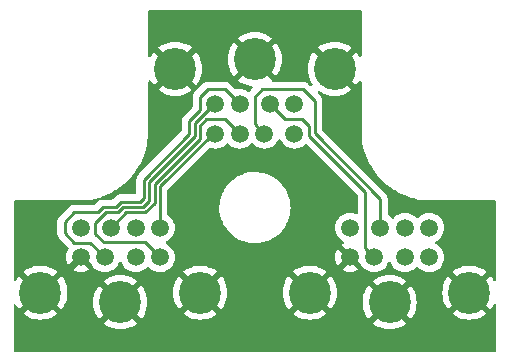
<source format=gbr>
%TF.GenerationSoftware,KiCad,Pcbnew,(6.99.0)*%
%TF.CreationDate,2022-02-09T14:01:32-06:00*%
%TF.ProjectId,CDI-SPLITTER,4344492d-5350-44c4-9954-5445522e6b69,rev?*%
%TF.SameCoordinates,Original*%
%TF.FileFunction,Copper,L2,Bot*%
%TF.FilePolarity,Positive*%
%FSLAX46Y46*%
G04 Gerber Fmt 4.6, Leading zero omitted, Abs format (unit mm)*
G04 Created by KiCad (PCBNEW (6.99.0)) date 2022-02-09 14:01:32*
%MOMM*%
%LPD*%
G01*
G04 APERTURE LIST*
%TA.AperFunction,ComponentPad*%
%ADD10C,3.555000*%
%TD*%
%TA.AperFunction,ComponentPad*%
%ADD11C,1.509000*%
%TD*%
%TA.AperFunction,Conductor*%
%ADD12C,0.250000*%
%TD*%
%TA.AperFunction,Conductor*%
%ADD13C,0.254000*%
%TD*%
G04 APERTURE END LIST*
D10*
%TO.P,J3,MH3*%
%TO.N,GND*%
X144760000Y-102400000D03*
%TO.P,J3,MH2*%
X138000000Y-103210000D03*
%TO.P,J3,MH1*%
X131240000Y-102400000D03*
D11*
%TO.P,J3,8*%
%TO.N,+5V*%
X134650000Y-96910000D03*
%TO.P,J3,7*%
%TO.N,Net-(J1-Pad7)*%
X137190000Y-96910000D03*
%TO.P,J3,6*%
%TO.N,unconnected-(J3-Pad6)*%
X141350000Y-96910000D03*
%TO.P,J3,5*%
%TO.N,GND*%
X134650000Y-99400000D03*
%TO.P,J3,4*%
%TO.N,unconnected-(J3-Pad4)*%
X139300000Y-96910000D03*
%TO.P,J3,3*%
%TO.N,unconnected-(J3-Pad3)*%
X141350000Y-99400000D03*
%TO.P,J3,2*%
%TO.N,Net-(J1-Pad2)*%
X136700000Y-99400000D03*
%TO.P,J3,1*%
%TO.N,unconnected-(J3-Pad1)*%
X139300000Y-99400000D03*
%TD*%
D10*
%TO.P,J2,MH3*%
%TO.N,GND*%
X121960000Y-102400000D03*
%TO.P,J2,MH2*%
X115200000Y-103210000D03*
%TO.P,J2,MH1*%
X108440000Y-102400000D03*
D11*
%TO.P,J2,8*%
%TO.N,+5V*%
X111850000Y-96910000D03*
%TO.P,J2,7*%
%TO.N,Net-(J1-Pad4)*%
X114390000Y-96910000D03*
%TO.P,J2,6*%
%TO.N,Net-(J1-Pad6)*%
X118550000Y-96910000D03*
%TO.P,J2,5*%
%TO.N,GND*%
X111850000Y-99400000D03*
%TO.P,J2,4*%
%TO.N,unconnected-(J2-Pad4)*%
X116500000Y-96910000D03*
%TO.P,J2,3*%
%TO.N,Net-(J1-Pad3)*%
X118550000Y-99400000D03*
%TO.P,J2,2*%
%TO.N,Net-(J1-Pad1)*%
X113900000Y-99400000D03*
%TO.P,J2,1*%
%TO.N,unconnected-(J2-Pad1)*%
X116500000Y-99400000D03*
%TD*%
%TO.P,J1,1*%
%TO.N,Net-(J1-Pad1)*%
X125300000Y-86440000D03*
%TO.P,J1,2*%
%TO.N,Net-(J1-Pad2)*%
X127900000Y-86440000D03*
%TO.P,J1,3*%
%TO.N,Net-(J1-Pad3)*%
X123250000Y-86440000D03*
%TO.P,J1,4*%
%TO.N,Net-(J1-Pad4)*%
X125300000Y-88930000D03*
%TO.P,J1,5*%
%TO.N,GND*%
X129950000Y-86440000D03*
%TO.P,J1,6*%
%TO.N,Net-(J1-Pad6)*%
X123250000Y-88930000D03*
%TO.P,J1,7*%
%TO.N,Net-(J1-Pad7)*%
X127410000Y-88930000D03*
%TO.P,J1,8*%
%TO.N,+5V*%
X129950000Y-88930000D03*
D10*
%TO.P,J1,MH1*%
%TO.N,GND*%
X133360000Y-83440000D03*
%TO.P,J1,MH2*%
X126600000Y-82630000D03*
%TO.P,J1,MH3*%
X119840000Y-83440000D03*
%TD*%
D12*
%TO.N,Net-(J1-Pad1)*%
X113900000Y-99400000D02*
X112655340Y-98155340D01*
X121964282Y-86964282D02*
X121964282Y-85835718D01*
X112655340Y-98155340D02*
X111300000Y-98155340D01*
X111300000Y-98155340D02*
X110500000Y-97355340D01*
X110500000Y-97355340D02*
X110500000Y-96400000D01*
X110500000Y-96400000D02*
X111300000Y-95600000D01*
X111300000Y-95600000D02*
X113300000Y-95600000D01*
X114813802Y-95150480D02*
X115264282Y-94700000D01*
X113300000Y-95600000D02*
X113749520Y-95150480D01*
X113749520Y-95150480D02*
X114813802Y-95150480D01*
X116900000Y-94700000D02*
X117199440Y-94400560D01*
X115264282Y-94700000D02*
X116900000Y-94700000D01*
X121050960Y-88977604D02*
X121050960Y-87877604D01*
X122600000Y-85200000D02*
X124060000Y-85200000D01*
X117199440Y-94400560D02*
X117199440Y-92829124D01*
X117199440Y-92829124D02*
X121050960Y-88977604D01*
X121050960Y-87877604D02*
X121964282Y-86964282D01*
X121964282Y-85835718D02*
X122600000Y-85200000D01*
X124060000Y-85200000D02*
X125300000Y-86440000D01*
%TO.N,Net-(J1-Pad3)*%
X117305111Y-98155111D02*
X113839316Y-98155111D01*
X113839316Y-98155111D02*
X113100000Y-97415795D01*
X118550000Y-99400000D02*
X117305111Y-98155111D01*
X113100000Y-97415795D02*
X113100000Y-96464283D01*
X121500480Y-89163802D02*
X121500480Y-88063802D01*
X113100000Y-96464283D02*
X113964282Y-95600000D01*
X117113802Y-95150480D02*
X117648960Y-94615322D01*
X121500480Y-88063802D02*
X123124282Y-86440000D01*
X115000000Y-95600000D02*
X115449520Y-95150480D01*
X115449520Y-95150480D02*
X117113802Y-95150480D01*
X117648960Y-94615322D02*
X117648960Y-93015322D01*
X113964282Y-95600000D02*
X115000000Y-95600000D01*
X117648960Y-93015322D02*
X121500480Y-89163802D01*
X123124282Y-86440000D02*
X123250000Y-86440000D01*
%TO.N,Net-(J1-Pad4)*%
X114390000Y-96910000D02*
X115700000Y-95600000D01*
X115700000Y-95600000D02*
X117300000Y-95600000D01*
X117300000Y-95600000D02*
X118098480Y-94801520D01*
X124070000Y-87700000D02*
X125300000Y-88930000D01*
X118098480Y-94801520D02*
X118098480Y-93201520D01*
X118098480Y-93201520D02*
X121950000Y-89350000D01*
X122500000Y-87700000D02*
X124070000Y-87700000D01*
X121950000Y-89350000D02*
X121950000Y-88250000D01*
X121950000Y-88250000D02*
X122500000Y-87700000D01*
D13*
%TO.N,Net-(J1-Pad6)*%
X123250000Y-88930000D02*
X123008545Y-88930000D01*
X118550000Y-93388546D02*
X118550000Y-96910000D01*
X123008545Y-88930000D02*
X118550000Y-93388546D01*
%TO.N,Net-(J1-Pad7)*%
X137190000Y-96910000D02*
X137190000Y-94451454D01*
X137190000Y-94451454D02*
X131651520Y-88912974D01*
X131651520Y-88912974D02*
X131651520Y-86151520D01*
X131651520Y-86151520D02*
X130700000Y-85200000D01*
D12*
%TO.N,Net-(J1-Pad2)*%
X136700000Y-99400000D02*
X135945500Y-98645500D01*
X135945500Y-98645500D02*
X135945500Y-93845500D01*
X131200000Y-88300000D02*
X130600000Y-87700000D01*
X135945500Y-93845500D02*
X131200000Y-89100000D01*
X131200000Y-89100000D02*
X131200000Y-88300000D01*
X129160000Y-87700000D02*
X127900000Y-86440000D01*
X130600000Y-87700000D02*
X129160000Y-87700000D01*
%TO.N,Net-(J1-Pad7)*%
X127200000Y-85200000D02*
X130700000Y-85200000D01*
X127410000Y-88930000D02*
X126600000Y-88120000D01*
X126600000Y-88120000D02*
X126600000Y-85800000D01*
X126600000Y-85800000D02*
X127200000Y-85200000D01*
%TO.N,unconnected-(J2-Pad4)*%
X116500000Y-96910000D02*
X116500000Y-97100000D01*
%TD*%
%TA.AperFunction,Conductor*%
%TO.N,GND*%
G36*
X135570098Y-78478002D02*
G01*
X135616591Y-78531658D01*
X135627977Y-78584000D01*
X135627977Y-82331179D01*
X135607975Y-82399300D01*
X135554319Y-82445793D01*
X135484045Y-82455897D01*
X135419465Y-82426403D01*
X135388971Y-82386907D01*
X135345375Y-82298502D01*
X135341254Y-82291365D01*
X135179395Y-82049125D01*
X135174375Y-82042583D01*
X135159339Y-82025437D01*
X135146102Y-82017041D01*
X135136335Y-82022875D01*
X133732022Y-83427188D01*
X133724408Y-83441132D01*
X133724539Y-83442965D01*
X133728790Y-83449580D01*
X135134582Y-84855372D01*
X135148342Y-84862886D01*
X135157704Y-84856427D01*
X135174375Y-84837417D01*
X135179395Y-84830875D01*
X135341254Y-84588635D01*
X135345375Y-84581498D01*
X135388971Y-84493093D01*
X135437039Y-84440844D01*
X135505725Y-84422877D01*
X135573220Y-84444896D01*
X135618097Y-84499911D01*
X135627977Y-84548821D01*
X135627977Y-88675740D01*
X135626231Y-88696644D01*
X135622753Y-88717317D01*
X135622600Y-88729856D01*
X135623290Y-88734672D01*
X135623606Y-88739529D01*
X135623498Y-88739536D01*
X135623825Y-88743115D01*
X135641376Y-89189824D01*
X135695481Y-89646956D01*
X135785286Y-90098434D01*
X135785956Y-90100809D01*
X135785957Y-90100814D01*
X135792155Y-90122790D01*
X135910236Y-90541474D01*
X136069562Y-90973345D01*
X136070592Y-90975580D01*
X136070594Y-90975584D01*
X136151396Y-91150856D01*
X136262281Y-91391384D01*
X136487204Y-91793014D01*
X136488576Y-91795067D01*
X136488577Y-91795069D01*
X136728185Y-92153667D01*
X136742946Y-92175759D01*
X136780691Y-92223638D01*
X136957583Y-92448024D01*
X137027929Y-92537258D01*
X137029606Y-92539072D01*
X137029611Y-92539078D01*
X137260692Y-92789059D01*
X137340397Y-92875283D01*
X137342196Y-92876946D01*
X137676422Y-93185902D01*
X137678422Y-93187751D01*
X137680365Y-93189283D01*
X137680370Y-93189287D01*
X137793666Y-93278602D01*
X138039921Y-93472734D01*
X138041982Y-93474111D01*
X138041986Y-93474114D01*
X138406374Y-93717590D01*
X138422666Y-93728476D01*
X138608579Y-93832592D01*
X138822147Y-93952196D01*
X138822157Y-93952201D01*
X138824296Y-93953399D01*
X138826537Y-93954432D01*
X139239767Y-94144934D01*
X139242335Y-94146118D01*
X139244646Y-94146970D01*
X139244647Y-94146971D01*
X139284805Y-94161786D01*
X139674206Y-94305444D01*
X139937697Y-94379756D01*
X140114866Y-94429723D01*
X140114871Y-94429724D01*
X140117246Y-94430394D01*
X140568724Y-94520199D01*
X140716423Y-94537680D01*
X141023402Y-94574014D01*
X141023413Y-94574015D01*
X141025856Y-94574304D01*
X141457159Y-94591249D01*
X141463611Y-94591921D01*
X141463632Y-94591684D01*
X141468485Y-94592119D01*
X141473285Y-94592927D01*
X141479716Y-94593005D01*
X141480965Y-94593021D01*
X141480969Y-94593021D01*
X141485824Y-94593080D01*
X141513412Y-94589129D01*
X141531275Y-94587856D01*
X146903000Y-94587856D01*
X146971121Y-94607858D01*
X147017614Y-94661514D01*
X147029000Y-94713856D01*
X147029000Y-101293253D01*
X147008998Y-101361374D01*
X146955342Y-101407867D01*
X146885068Y-101417971D01*
X146820488Y-101388477D01*
X146789994Y-101348981D01*
X146745375Y-101258502D01*
X146741254Y-101251365D01*
X146579395Y-101009125D01*
X146574375Y-101002583D01*
X146559339Y-100985437D01*
X146546102Y-100977041D01*
X146536335Y-100982875D01*
X145132022Y-102387188D01*
X145124408Y-102401132D01*
X145124539Y-102402965D01*
X145128790Y-102409580D01*
X146534582Y-103815372D01*
X146548342Y-103822886D01*
X146557704Y-103816427D01*
X146574375Y-103797417D01*
X146579395Y-103790875D01*
X146741254Y-103548635D01*
X146745375Y-103541498D01*
X146789994Y-103451019D01*
X146838062Y-103398770D01*
X146906748Y-103380803D01*
X146974244Y-103402822D01*
X147019120Y-103457837D01*
X147029000Y-103506747D01*
X147029000Y-107291000D01*
X147008998Y-107359121D01*
X146955342Y-107405614D01*
X146903000Y-107417000D01*
X106296000Y-107417000D01*
X106227879Y-107396998D01*
X106181386Y-107343342D01*
X106170000Y-107291000D01*
X106170000Y-104998342D01*
X113777114Y-104998342D01*
X113783573Y-105007704D01*
X113802583Y-105024375D01*
X113809125Y-105029395D01*
X114051365Y-105191254D01*
X114058502Y-105195375D01*
X114319802Y-105324233D01*
X114327406Y-105327383D01*
X114603293Y-105421034D01*
X114611245Y-105423165D01*
X114896999Y-105480005D01*
X114905157Y-105481079D01*
X115195881Y-105500134D01*
X115204119Y-105500134D01*
X115494843Y-105481079D01*
X115503001Y-105480005D01*
X115788755Y-105423165D01*
X115796707Y-105421034D01*
X116072594Y-105327383D01*
X116080198Y-105324233D01*
X116341498Y-105195375D01*
X116348635Y-105191254D01*
X116590875Y-105029395D01*
X116597417Y-105024375D01*
X116614563Y-105009339D01*
X116621538Y-104998342D01*
X136577114Y-104998342D01*
X136583573Y-105007704D01*
X136602583Y-105024375D01*
X136609125Y-105029395D01*
X136851365Y-105191254D01*
X136858502Y-105195375D01*
X137119802Y-105324233D01*
X137127406Y-105327383D01*
X137403293Y-105421034D01*
X137411245Y-105423165D01*
X137696999Y-105480005D01*
X137705157Y-105481079D01*
X137995881Y-105500134D01*
X138004119Y-105500134D01*
X138294843Y-105481079D01*
X138303001Y-105480005D01*
X138588755Y-105423165D01*
X138596707Y-105421034D01*
X138872594Y-105327383D01*
X138880198Y-105324233D01*
X139141498Y-105195375D01*
X139148635Y-105191254D01*
X139390875Y-105029395D01*
X139397417Y-105024375D01*
X139414563Y-105009339D01*
X139422959Y-104996102D01*
X139417125Y-104986335D01*
X138012812Y-103582022D01*
X137998868Y-103574408D01*
X137997035Y-103574539D01*
X137990420Y-103578790D01*
X136584628Y-104984582D01*
X136577114Y-104998342D01*
X116621538Y-104998342D01*
X116622959Y-104996102D01*
X116617125Y-104986335D01*
X115212812Y-103582022D01*
X115198868Y-103574408D01*
X115197035Y-103574539D01*
X115190420Y-103578790D01*
X113784628Y-104984582D01*
X113777114Y-104998342D01*
X106170000Y-104998342D01*
X106170000Y-104188342D01*
X107017114Y-104188342D01*
X107023573Y-104197704D01*
X107042583Y-104214375D01*
X107049125Y-104219395D01*
X107291365Y-104381254D01*
X107298502Y-104385375D01*
X107559802Y-104514233D01*
X107567406Y-104517383D01*
X107843293Y-104611034D01*
X107851245Y-104613165D01*
X108136999Y-104670005D01*
X108145157Y-104671079D01*
X108435881Y-104690134D01*
X108444119Y-104690134D01*
X108734843Y-104671079D01*
X108743001Y-104670005D01*
X109028755Y-104613165D01*
X109036707Y-104611034D01*
X109312594Y-104517383D01*
X109320198Y-104514233D01*
X109581498Y-104385375D01*
X109588635Y-104381254D01*
X109830875Y-104219395D01*
X109837417Y-104214375D01*
X109854563Y-104199339D01*
X109862959Y-104186102D01*
X109857125Y-104176335D01*
X108452812Y-102772022D01*
X108438868Y-102764408D01*
X108437035Y-102764539D01*
X108430420Y-102768790D01*
X107024628Y-104174582D01*
X107017114Y-104188342D01*
X106170000Y-104188342D01*
X106170000Y-103504719D01*
X106190002Y-103436598D01*
X106243658Y-103390105D01*
X106313932Y-103380001D01*
X106378512Y-103409495D01*
X106409006Y-103448991D01*
X106454625Y-103541498D01*
X106458746Y-103548635D01*
X106620605Y-103790875D01*
X106625625Y-103797417D01*
X106640661Y-103814563D01*
X106653898Y-103822959D01*
X106663665Y-103817125D01*
X108067978Y-102412812D01*
X108074356Y-102401132D01*
X108804408Y-102401132D01*
X108804539Y-102402965D01*
X108808790Y-102409580D01*
X110214582Y-103815372D01*
X110228342Y-103822886D01*
X110237704Y-103816427D01*
X110254375Y-103797417D01*
X110259395Y-103790875D01*
X110421254Y-103548635D01*
X110425375Y-103541498D01*
X110554233Y-103280198D01*
X110557383Y-103272594D01*
X110577233Y-103214119D01*
X112909866Y-103214119D01*
X112928921Y-103504843D01*
X112929995Y-103513001D01*
X112986835Y-103798755D01*
X112988966Y-103806707D01*
X113082617Y-104082594D01*
X113085767Y-104090198D01*
X113214625Y-104351498D01*
X113218746Y-104358635D01*
X113380605Y-104600875D01*
X113385625Y-104607417D01*
X113400661Y-104624563D01*
X113413898Y-104632959D01*
X113423665Y-104627125D01*
X114827978Y-103222812D01*
X114834356Y-103211132D01*
X115564408Y-103211132D01*
X115564539Y-103212965D01*
X115568790Y-103219580D01*
X116974582Y-104625372D01*
X116988342Y-104632886D01*
X116997704Y-104626427D01*
X117014375Y-104607417D01*
X117019395Y-104600875D01*
X117181254Y-104358635D01*
X117185375Y-104351498D01*
X117265834Y-104188342D01*
X120537114Y-104188342D01*
X120543573Y-104197704D01*
X120562583Y-104214375D01*
X120569125Y-104219395D01*
X120811365Y-104381254D01*
X120818502Y-104385375D01*
X121079802Y-104514233D01*
X121087406Y-104517383D01*
X121363293Y-104611034D01*
X121371245Y-104613165D01*
X121656999Y-104670005D01*
X121665157Y-104671079D01*
X121955881Y-104690134D01*
X121964119Y-104690134D01*
X122254843Y-104671079D01*
X122263001Y-104670005D01*
X122548755Y-104613165D01*
X122556707Y-104611034D01*
X122832594Y-104517383D01*
X122840198Y-104514233D01*
X123101498Y-104385375D01*
X123108635Y-104381254D01*
X123350875Y-104219395D01*
X123357417Y-104214375D01*
X123374563Y-104199339D01*
X123381538Y-104188342D01*
X129817114Y-104188342D01*
X129823573Y-104197704D01*
X129842583Y-104214375D01*
X129849125Y-104219395D01*
X130091365Y-104381254D01*
X130098502Y-104385375D01*
X130359802Y-104514233D01*
X130367406Y-104517383D01*
X130643293Y-104611034D01*
X130651245Y-104613165D01*
X130936999Y-104670005D01*
X130945157Y-104671079D01*
X131235881Y-104690134D01*
X131244119Y-104690134D01*
X131534843Y-104671079D01*
X131543001Y-104670005D01*
X131828755Y-104613165D01*
X131836707Y-104611034D01*
X132112594Y-104517383D01*
X132120198Y-104514233D01*
X132381498Y-104385375D01*
X132388635Y-104381254D01*
X132630875Y-104219395D01*
X132637417Y-104214375D01*
X132654563Y-104199339D01*
X132662959Y-104186102D01*
X132657125Y-104176335D01*
X131252812Y-102772022D01*
X131238868Y-102764408D01*
X131237035Y-102764539D01*
X131230420Y-102768790D01*
X129824628Y-104174582D01*
X129817114Y-104188342D01*
X123381538Y-104188342D01*
X123382959Y-104186102D01*
X123377125Y-104176335D01*
X121972812Y-102772022D01*
X121958868Y-102764408D01*
X121957035Y-102764539D01*
X121950420Y-102768790D01*
X120544628Y-104174582D01*
X120537114Y-104188342D01*
X117265834Y-104188342D01*
X117314233Y-104090198D01*
X117317383Y-104082594D01*
X117411034Y-103806707D01*
X117413165Y-103798755D01*
X117470005Y-103513001D01*
X117471079Y-103504843D01*
X117490134Y-103214119D01*
X117490134Y-103205881D01*
X117471079Y-102915157D01*
X117470005Y-102906999D01*
X117413165Y-102621245D01*
X117411034Y-102613293D01*
X117340029Y-102404119D01*
X119669866Y-102404119D01*
X119688921Y-102694843D01*
X119689995Y-102703001D01*
X119746835Y-102988755D01*
X119748966Y-102996707D01*
X119842617Y-103272594D01*
X119845767Y-103280198D01*
X119974625Y-103541498D01*
X119978746Y-103548635D01*
X120140605Y-103790875D01*
X120145625Y-103797417D01*
X120160661Y-103814563D01*
X120173898Y-103822959D01*
X120183665Y-103817125D01*
X121587978Y-102412812D01*
X121594356Y-102401132D01*
X122324408Y-102401132D01*
X122324539Y-102402965D01*
X122328790Y-102409580D01*
X123734582Y-103815372D01*
X123748342Y-103822886D01*
X123757704Y-103816427D01*
X123774375Y-103797417D01*
X123779395Y-103790875D01*
X123941254Y-103548635D01*
X123945375Y-103541498D01*
X124074233Y-103280198D01*
X124077383Y-103272594D01*
X124171034Y-102996707D01*
X124173165Y-102988755D01*
X124230005Y-102703001D01*
X124231079Y-102694843D01*
X124250134Y-102404119D01*
X128949866Y-102404119D01*
X128968921Y-102694843D01*
X128969995Y-102703001D01*
X129026835Y-102988755D01*
X129028966Y-102996707D01*
X129122617Y-103272594D01*
X129125767Y-103280198D01*
X129254625Y-103541498D01*
X129258746Y-103548635D01*
X129420605Y-103790875D01*
X129425625Y-103797417D01*
X129440661Y-103814563D01*
X129453898Y-103822959D01*
X129463665Y-103817125D01*
X130867978Y-102412812D01*
X130874356Y-102401132D01*
X131604408Y-102401132D01*
X131604539Y-102402965D01*
X131608790Y-102409580D01*
X133014582Y-103815372D01*
X133028342Y-103822886D01*
X133037704Y-103816427D01*
X133054375Y-103797417D01*
X133059395Y-103790875D01*
X133221254Y-103548635D01*
X133225375Y-103541498D01*
X133354233Y-103280198D01*
X133357383Y-103272594D01*
X133377233Y-103214119D01*
X135709866Y-103214119D01*
X135728921Y-103504843D01*
X135729995Y-103513001D01*
X135786835Y-103798755D01*
X135788966Y-103806707D01*
X135882617Y-104082594D01*
X135885767Y-104090198D01*
X136014625Y-104351498D01*
X136018746Y-104358635D01*
X136180605Y-104600875D01*
X136185625Y-104607417D01*
X136200661Y-104624563D01*
X136213898Y-104632959D01*
X136223665Y-104627125D01*
X137627978Y-103222812D01*
X137634356Y-103211132D01*
X138364408Y-103211132D01*
X138364539Y-103212965D01*
X138368790Y-103219580D01*
X139774582Y-104625372D01*
X139788342Y-104632886D01*
X139797704Y-104626427D01*
X139814375Y-104607417D01*
X139819395Y-104600875D01*
X139981254Y-104358635D01*
X139985375Y-104351498D01*
X140065834Y-104188342D01*
X143337114Y-104188342D01*
X143343573Y-104197704D01*
X143362583Y-104214375D01*
X143369125Y-104219395D01*
X143611365Y-104381254D01*
X143618502Y-104385375D01*
X143879802Y-104514233D01*
X143887406Y-104517383D01*
X144163293Y-104611034D01*
X144171245Y-104613165D01*
X144456999Y-104670005D01*
X144465157Y-104671079D01*
X144755881Y-104690134D01*
X144764119Y-104690134D01*
X145054843Y-104671079D01*
X145063001Y-104670005D01*
X145348755Y-104613165D01*
X145356707Y-104611034D01*
X145632594Y-104517383D01*
X145640198Y-104514233D01*
X145901498Y-104385375D01*
X145908635Y-104381254D01*
X146150875Y-104219395D01*
X146157417Y-104214375D01*
X146174563Y-104199339D01*
X146182959Y-104186102D01*
X146177125Y-104176335D01*
X144772812Y-102772022D01*
X144758868Y-102764408D01*
X144757035Y-102764539D01*
X144750420Y-102768790D01*
X143344628Y-104174582D01*
X143337114Y-104188342D01*
X140065834Y-104188342D01*
X140114233Y-104090198D01*
X140117383Y-104082594D01*
X140211034Y-103806707D01*
X140213165Y-103798755D01*
X140270005Y-103513001D01*
X140271079Y-103504843D01*
X140290134Y-103214119D01*
X140290134Y-103205881D01*
X140271079Y-102915157D01*
X140270005Y-102906999D01*
X140213165Y-102621245D01*
X140211034Y-102613293D01*
X140140029Y-102404119D01*
X142469866Y-102404119D01*
X142488921Y-102694843D01*
X142489995Y-102703001D01*
X142546835Y-102988755D01*
X142548966Y-102996707D01*
X142642617Y-103272594D01*
X142645767Y-103280198D01*
X142774625Y-103541498D01*
X142778746Y-103548635D01*
X142940605Y-103790875D01*
X142945625Y-103797417D01*
X142960661Y-103814563D01*
X142973898Y-103822959D01*
X142983665Y-103817125D01*
X144387978Y-102412812D01*
X144395592Y-102398868D01*
X144395461Y-102397035D01*
X144391210Y-102390420D01*
X142985418Y-100984628D01*
X142971658Y-100977114D01*
X142962296Y-100983573D01*
X142945625Y-101002583D01*
X142940605Y-101009125D01*
X142778746Y-101251365D01*
X142774625Y-101258502D01*
X142645767Y-101519802D01*
X142642617Y-101527406D01*
X142548966Y-101803293D01*
X142546835Y-101811245D01*
X142489995Y-102096999D01*
X142488921Y-102105157D01*
X142469866Y-102395881D01*
X142469866Y-102404119D01*
X140140029Y-102404119D01*
X140117383Y-102337406D01*
X140114233Y-102329802D01*
X139985375Y-102068502D01*
X139981254Y-102061365D01*
X139819395Y-101819125D01*
X139814375Y-101812583D01*
X139799339Y-101795437D01*
X139786102Y-101787041D01*
X139776335Y-101792875D01*
X138372022Y-103197188D01*
X138364408Y-103211132D01*
X137634356Y-103211132D01*
X137635592Y-103208868D01*
X137635461Y-103207035D01*
X137631210Y-103200420D01*
X136225418Y-101794628D01*
X136211658Y-101787114D01*
X136202296Y-101793573D01*
X136185625Y-101812583D01*
X136180605Y-101819125D01*
X136018746Y-102061365D01*
X136014625Y-102068502D01*
X135885767Y-102329802D01*
X135882617Y-102337406D01*
X135788966Y-102613293D01*
X135786835Y-102621245D01*
X135729995Y-102906999D01*
X135728921Y-102915157D01*
X135709866Y-103205881D01*
X135709866Y-103214119D01*
X133377233Y-103214119D01*
X133451034Y-102996707D01*
X133453165Y-102988755D01*
X133510005Y-102703001D01*
X133511079Y-102694843D01*
X133530134Y-102404119D01*
X133530134Y-102395881D01*
X133511079Y-102105157D01*
X133510005Y-102096999D01*
X133453165Y-101811245D01*
X133451034Y-101803293D01*
X133357383Y-101527406D01*
X133354233Y-101519802D01*
X133306939Y-101423898D01*
X136577041Y-101423898D01*
X136582875Y-101433665D01*
X137987188Y-102837978D01*
X138001132Y-102845592D01*
X138002965Y-102845461D01*
X138009580Y-102841210D01*
X139415372Y-101435418D01*
X139422886Y-101421658D01*
X139416427Y-101412296D01*
X139397417Y-101395625D01*
X139390875Y-101390605D01*
X139148635Y-101228746D01*
X139141498Y-101224625D01*
X138880198Y-101095767D01*
X138872594Y-101092617D01*
X138596707Y-100998966D01*
X138588755Y-100996835D01*
X138303001Y-100939995D01*
X138294843Y-100938921D01*
X138004119Y-100919866D01*
X137995881Y-100919866D01*
X137705157Y-100938921D01*
X137696999Y-100939995D01*
X137411245Y-100996835D01*
X137403293Y-100998966D01*
X137127406Y-101092617D01*
X137119802Y-101095767D01*
X136858502Y-101224625D01*
X136851365Y-101228746D01*
X136609125Y-101390605D01*
X136602583Y-101395625D01*
X136585437Y-101410661D01*
X136577041Y-101423898D01*
X133306939Y-101423898D01*
X133225375Y-101258502D01*
X133221254Y-101251365D01*
X133059395Y-101009125D01*
X133054375Y-101002583D01*
X133039339Y-100985437D01*
X133026102Y-100977041D01*
X133016335Y-100982875D01*
X131612022Y-102387188D01*
X131604408Y-102401132D01*
X130874356Y-102401132D01*
X130875592Y-102398868D01*
X130875461Y-102397035D01*
X130871210Y-102390420D01*
X129465418Y-100984628D01*
X129451658Y-100977114D01*
X129442296Y-100983573D01*
X129425625Y-101002583D01*
X129420605Y-101009125D01*
X129258746Y-101251365D01*
X129254625Y-101258502D01*
X129125767Y-101519802D01*
X129122617Y-101527406D01*
X129028966Y-101803293D01*
X129026835Y-101811245D01*
X128969995Y-102096999D01*
X128968921Y-102105157D01*
X128949866Y-102395881D01*
X128949866Y-102404119D01*
X124250134Y-102404119D01*
X124250134Y-102395881D01*
X124231079Y-102105157D01*
X124230005Y-102096999D01*
X124173165Y-101811245D01*
X124171034Y-101803293D01*
X124077383Y-101527406D01*
X124074233Y-101519802D01*
X123945375Y-101258502D01*
X123941254Y-101251365D01*
X123779395Y-101009125D01*
X123774375Y-101002583D01*
X123759339Y-100985437D01*
X123746102Y-100977041D01*
X123736335Y-100982875D01*
X122332022Y-102387188D01*
X122324408Y-102401132D01*
X121594356Y-102401132D01*
X121595592Y-102398868D01*
X121595461Y-102397035D01*
X121591210Y-102390420D01*
X120185418Y-100984628D01*
X120171658Y-100977114D01*
X120162296Y-100983573D01*
X120145625Y-101002583D01*
X120140605Y-101009125D01*
X119978746Y-101251365D01*
X119974625Y-101258502D01*
X119845767Y-101519802D01*
X119842617Y-101527406D01*
X119748966Y-101803293D01*
X119746835Y-101811245D01*
X119689995Y-102096999D01*
X119688921Y-102105157D01*
X119669866Y-102395881D01*
X119669866Y-102404119D01*
X117340029Y-102404119D01*
X117317383Y-102337406D01*
X117314233Y-102329802D01*
X117185375Y-102068502D01*
X117181254Y-102061365D01*
X117019395Y-101819125D01*
X117014375Y-101812583D01*
X116999339Y-101795437D01*
X116986102Y-101787041D01*
X116976335Y-101792875D01*
X115572022Y-103197188D01*
X115564408Y-103211132D01*
X114834356Y-103211132D01*
X114835592Y-103208868D01*
X114835461Y-103207035D01*
X114831210Y-103200420D01*
X113425418Y-101794628D01*
X113411658Y-101787114D01*
X113402296Y-101793573D01*
X113385625Y-101812583D01*
X113380605Y-101819125D01*
X113218746Y-102061365D01*
X113214625Y-102068502D01*
X113085767Y-102329802D01*
X113082617Y-102337406D01*
X112988966Y-102613293D01*
X112986835Y-102621245D01*
X112929995Y-102906999D01*
X112928921Y-102915157D01*
X112909866Y-103205881D01*
X112909866Y-103214119D01*
X110577233Y-103214119D01*
X110651034Y-102996707D01*
X110653165Y-102988755D01*
X110710005Y-102703001D01*
X110711079Y-102694843D01*
X110730134Y-102404119D01*
X110730134Y-102395881D01*
X110711079Y-102105157D01*
X110710005Y-102096999D01*
X110653165Y-101811245D01*
X110651034Y-101803293D01*
X110557383Y-101527406D01*
X110554233Y-101519802D01*
X110506939Y-101423898D01*
X113777041Y-101423898D01*
X113782875Y-101433665D01*
X115187188Y-102837978D01*
X115201132Y-102845592D01*
X115202965Y-102845461D01*
X115209580Y-102841210D01*
X116615372Y-101435418D01*
X116622886Y-101421658D01*
X116616427Y-101412296D01*
X116597417Y-101395625D01*
X116590875Y-101390605D01*
X116348635Y-101228746D01*
X116341498Y-101224625D01*
X116080198Y-101095767D01*
X116072594Y-101092617D01*
X115796707Y-100998966D01*
X115788755Y-100996835D01*
X115503001Y-100939995D01*
X115494843Y-100938921D01*
X115204119Y-100919866D01*
X115195881Y-100919866D01*
X114905157Y-100938921D01*
X114896999Y-100939995D01*
X114611245Y-100996835D01*
X114603293Y-100998966D01*
X114327406Y-101092617D01*
X114319802Y-101095767D01*
X114058502Y-101224625D01*
X114051365Y-101228746D01*
X113809125Y-101390605D01*
X113802583Y-101395625D01*
X113785437Y-101410661D01*
X113777041Y-101423898D01*
X110506939Y-101423898D01*
X110425375Y-101258502D01*
X110421254Y-101251365D01*
X110259395Y-101009125D01*
X110254375Y-101002583D01*
X110239339Y-100985437D01*
X110226102Y-100977041D01*
X110216335Y-100982875D01*
X108812022Y-102387188D01*
X108804408Y-102401132D01*
X108074356Y-102401132D01*
X108075592Y-102398868D01*
X108075461Y-102397035D01*
X108071210Y-102390420D01*
X106665418Y-100984628D01*
X106651658Y-100977114D01*
X106642296Y-100983573D01*
X106625625Y-101002583D01*
X106620605Y-101009125D01*
X106458746Y-101251365D01*
X106454625Y-101258502D01*
X106409006Y-101351009D01*
X106360938Y-101403258D01*
X106292252Y-101421225D01*
X106224756Y-101399206D01*
X106179880Y-101344191D01*
X106170000Y-101295281D01*
X106170000Y-100613898D01*
X107017041Y-100613898D01*
X107022875Y-100623665D01*
X108427188Y-102027978D01*
X108441132Y-102035592D01*
X108442965Y-102035461D01*
X108449580Y-102031210D01*
X109855372Y-100625418D01*
X109862886Y-100611658D01*
X109856427Y-100602296D01*
X109837417Y-100585625D01*
X109830875Y-100580605D01*
X109640488Y-100453393D01*
X111161161Y-100453393D01*
X111170456Y-100465407D01*
X111211833Y-100494379D01*
X111221319Y-100499857D01*
X111411568Y-100588571D01*
X111421860Y-100592317D01*
X111624619Y-100646646D01*
X111635411Y-100648549D01*
X111844525Y-100666844D01*
X111855475Y-100666844D01*
X112064589Y-100648549D01*
X112075381Y-100646646D01*
X112278140Y-100592317D01*
X112288432Y-100588571D01*
X112478681Y-100499857D01*
X112488167Y-100494379D01*
X112530379Y-100464823D01*
X112538755Y-100454344D01*
X112531689Y-100440900D01*
X111862811Y-99772021D01*
X111848868Y-99764408D01*
X111847034Y-99764539D01*
X111840420Y-99768790D01*
X111167588Y-100441623D01*
X111161161Y-100453393D01*
X109640488Y-100453393D01*
X109588635Y-100418746D01*
X109581498Y-100414625D01*
X109320198Y-100285767D01*
X109312594Y-100282617D01*
X109036707Y-100188966D01*
X109028755Y-100186835D01*
X108743001Y-100129995D01*
X108734843Y-100128921D01*
X108444119Y-100109866D01*
X108435881Y-100109866D01*
X108145157Y-100128921D01*
X108136999Y-100129995D01*
X107851245Y-100186835D01*
X107843293Y-100188966D01*
X107567406Y-100282617D01*
X107559802Y-100285767D01*
X107298502Y-100414625D01*
X107291365Y-100418746D01*
X107049125Y-100580605D01*
X107042583Y-100585625D01*
X107025437Y-100600661D01*
X107017041Y-100613898D01*
X106170000Y-100613898D01*
X106170000Y-94713856D01*
X106190002Y-94645735D01*
X106243658Y-94599242D01*
X106296000Y-94587856D01*
X111660769Y-94587856D01*
X111681670Y-94589602D01*
X111689118Y-94590855D01*
X111700742Y-94592810D01*
X111706962Y-94592886D01*
X111708416Y-94592904D01*
X111708421Y-94592904D01*
X111713281Y-94592963D01*
X111718097Y-94592273D01*
X111722954Y-94591957D01*
X111722961Y-94592064D01*
X111726540Y-94591738D01*
X112173240Y-94574178D01*
X112175704Y-94573886D01*
X112175708Y-94573886D01*
X112373527Y-94550469D01*
X112630364Y-94520066D01*
X113081832Y-94430254D01*
X113370804Y-94348750D01*
X113441797Y-94349509D01*
X113501109Y-94388529D01*
X113529910Y-94453422D01*
X113519055Y-94523584D01*
X113471991Y-94576739D01*
X113451392Y-94587171D01*
X113441903Y-94590928D01*
X113435488Y-94595589D01*
X113406145Y-94616907D01*
X113396227Y-94623423D01*
X113377539Y-94634475D01*
X113358157Y-94645938D01*
X113343833Y-94660262D01*
X113328801Y-94673101D01*
X113312413Y-94685008D01*
X113288548Y-94713856D01*
X113284232Y-94719073D01*
X113276242Y-94727853D01*
X113074500Y-94929595D01*
X113012188Y-94963621D01*
X112985405Y-94966500D01*
X111378767Y-94966500D01*
X111367584Y-94965973D01*
X111360091Y-94964298D01*
X111352165Y-94964547D01*
X111352164Y-94964547D01*
X111292001Y-94966438D01*
X111288043Y-94966500D01*
X111260144Y-94966500D01*
X111256154Y-94967004D01*
X111244320Y-94967936D01*
X111200111Y-94969326D01*
X111192497Y-94971538D01*
X111192492Y-94971539D01*
X111180659Y-94974977D01*
X111161296Y-94978988D01*
X111141203Y-94981526D01*
X111133836Y-94984443D01*
X111133831Y-94984444D01*
X111100092Y-94997802D01*
X111088865Y-95001646D01*
X111046407Y-95013982D01*
X111039581Y-95018019D01*
X111028972Y-95024293D01*
X111011224Y-95032988D01*
X110992383Y-95040448D01*
X110985967Y-95045110D01*
X110985966Y-95045110D01*
X110956613Y-95066436D01*
X110946693Y-95072952D01*
X110915465Y-95091420D01*
X110915462Y-95091422D01*
X110908638Y-95095458D01*
X110894317Y-95109779D01*
X110879284Y-95122619D01*
X110862893Y-95134528D01*
X110857842Y-95140633D01*
X110857837Y-95140638D01*
X110834701Y-95168604D01*
X110826713Y-95177382D01*
X110107747Y-95896348D01*
X110099461Y-95903888D01*
X110092982Y-95908000D01*
X110087557Y-95913777D01*
X110046357Y-95957651D01*
X110043602Y-95960493D01*
X110023865Y-95980230D01*
X110021385Y-95983427D01*
X110013682Y-95992447D01*
X109983414Y-96024679D01*
X109979595Y-96031625D01*
X109979593Y-96031628D01*
X109973652Y-96042434D01*
X109962801Y-96058953D01*
X109950386Y-96074959D01*
X109947241Y-96082228D01*
X109947238Y-96082232D01*
X109932826Y-96115537D01*
X109927609Y-96126187D01*
X109906305Y-96164940D01*
X109904334Y-96172615D01*
X109904334Y-96172616D01*
X109901267Y-96184562D01*
X109894863Y-96203266D01*
X109886819Y-96221855D01*
X109885580Y-96229678D01*
X109885577Y-96229688D01*
X109879901Y-96265524D01*
X109877495Y-96277144D01*
X109868472Y-96312289D01*
X109866500Y-96319970D01*
X109866500Y-96340224D01*
X109864949Y-96359934D01*
X109861780Y-96379943D01*
X109862526Y-96387835D01*
X109865941Y-96423961D01*
X109866500Y-96435819D01*
X109866500Y-97276573D01*
X109865973Y-97287756D01*
X109864298Y-97295249D01*
X109864547Y-97303175D01*
X109864547Y-97303176D01*
X109866438Y-97363326D01*
X109866500Y-97367285D01*
X109866500Y-97395196D01*
X109866997Y-97399130D01*
X109866997Y-97399131D01*
X109867005Y-97399196D01*
X109867938Y-97411033D01*
X109869327Y-97455229D01*
X109874978Y-97474679D01*
X109878987Y-97494040D01*
X109881526Y-97514137D01*
X109884445Y-97521508D01*
X109884445Y-97521510D01*
X109897804Y-97555252D01*
X109901649Y-97566482D01*
X109913982Y-97608933D01*
X109918015Y-97615752D01*
X109918017Y-97615757D01*
X109924293Y-97626368D01*
X109932988Y-97644116D01*
X109940448Y-97662957D01*
X109945110Y-97669373D01*
X109945110Y-97669374D01*
X109966436Y-97698727D01*
X109972952Y-97708647D01*
X109984893Y-97728837D01*
X109995458Y-97746702D01*
X110009779Y-97761023D01*
X110022619Y-97776056D01*
X110034528Y-97792447D01*
X110040633Y-97797498D01*
X110040638Y-97797503D01*
X110068604Y-97820639D01*
X110077382Y-97828627D01*
X110785865Y-98537110D01*
X110819891Y-98599422D01*
X110814826Y-98670237D01*
X110799984Y-98698475D01*
X110755621Y-98761834D01*
X110750141Y-98771324D01*
X110661429Y-98961568D01*
X110657683Y-98971860D01*
X110603354Y-99174619D01*
X110601451Y-99185411D01*
X110583156Y-99394525D01*
X110583156Y-99405475D01*
X110601451Y-99614589D01*
X110603354Y-99625381D01*
X110657683Y-99828140D01*
X110661429Y-99838432D01*
X110750142Y-100028677D01*
X110755622Y-100038168D01*
X110785178Y-100080380D01*
X110795655Y-100088755D01*
X110809100Y-100081688D01*
X111760905Y-99129884D01*
X111823217Y-99095859D01*
X111894033Y-99100924D01*
X111939095Y-99129885D01*
X112750420Y-99941210D01*
X112775519Y-99977055D01*
X112802032Y-100033912D01*
X112928790Y-100214942D01*
X113085058Y-100371210D01*
X113266088Y-100497968D01*
X113271066Y-100500289D01*
X113271069Y-100500291D01*
X113460387Y-100588571D01*
X113466379Y-100591365D01*
X113471687Y-100592787D01*
X113471689Y-100592788D01*
X113674530Y-100647139D01*
X113674532Y-100647139D01*
X113679845Y-100648563D01*
X113900000Y-100667824D01*
X114120155Y-100648563D01*
X114125468Y-100647139D01*
X114125470Y-100647139D01*
X114328311Y-100592788D01*
X114328313Y-100592787D01*
X114333621Y-100591365D01*
X114339613Y-100588571D01*
X114528931Y-100500291D01*
X114528934Y-100500289D01*
X114533912Y-100497968D01*
X114714942Y-100371210D01*
X114871210Y-100214942D01*
X114997968Y-100033912D01*
X115085805Y-99845543D01*
X115132722Y-99792259D01*
X115200999Y-99772798D01*
X115268959Y-99793340D01*
X115314195Y-99845543D01*
X115402032Y-100033912D01*
X115528790Y-100214942D01*
X115685058Y-100371210D01*
X115866088Y-100497968D01*
X115871066Y-100500289D01*
X115871069Y-100500291D01*
X116060387Y-100588571D01*
X116066379Y-100591365D01*
X116071687Y-100592787D01*
X116071689Y-100592788D01*
X116274530Y-100647139D01*
X116274532Y-100647139D01*
X116279845Y-100648563D01*
X116500000Y-100667824D01*
X116720155Y-100648563D01*
X116725468Y-100647139D01*
X116725470Y-100647139D01*
X116928311Y-100592788D01*
X116928313Y-100592787D01*
X116933621Y-100591365D01*
X116939613Y-100588571D01*
X117128931Y-100500291D01*
X117128934Y-100500289D01*
X117133912Y-100497968D01*
X117314942Y-100371210D01*
X117435905Y-100250247D01*
X117498217Y-100216221D01*
X117569032Y-100221286D01*
X117614095Y-100250247D01*
X117735058Y-100371210D01*
X117916088Y-100497968D01*
X117921066Y-100500289D01*
X117921069Y-100500291D01*
X118110387Y-100588571D01*
X118116379Y-100591365D01*
X118121687Y-100592787D01*
X118121689Y-100592788D01*
X118324530Y-100647139D01*
X118324532Y-100647139D01*
X118329845Y-100648563D01*
X118550000Y-100667824D01*
X118770155Y-100648563D01*
X118775468Y-100647139D01*
X118775470Y-100647139D01*
X118899527Y-100613898D01*
X120537041Y-100613898D01*
X120542875Y-100623665D01*
X121947188Y-102027978D01*
X121961132Y-102035592D01*
X121962965Y-102035461D01*
X121969580Y-102031210D01*
X123375372Y-100625418D01*
X123381663Y-100613898D01*
X129817041Y-100613898D01*
X129822875Y-100623665D01*
X131227188Y-102027978D01*
X131241132Y-102035592D01*
X131242965Y-102035461D01*
X131249580Y-102031210D01*
X132655372Y-100625418D01*
X132662886Y-100611658D01*
X132656427Y-100602296D01*
X132637417Y-100585625D01*
X132630875Y-100580605D01*
X132440488Y-100453393D01*
X133961161Y-100453393D01*
X133970456Y-100465407D01*
X134011833Y-100494379D01*
X134021319Y-100499857D01*
X134211568Y-100588571D01*
X134221860Y-100592317D01*
X134424619Y-100646646D01*
X134435411Y-100648549D01*
X134644525Y-100666844D01*
X134655475Y-100666844D01*
X134864589Y-100648549D01*
X134875381Y-100646646D01*
X135078140Y-100592317D01*
X135088432Y-100588571D01*
X135278681Y-100499857D01*
X135288167Y-100494379D01*
X135330379Y-100464823D01*
X135338755Y-100454344D01*
X135331689Y-100440900D01*
X134662811Y-99772021D01*
X134648868Y-99764408D01*
X134647034Y-99764539D01*
X134640420Y-99768790D01*
X133967588Y-100441623D01*
X133961161Y-100453393D01*
X132440488Y-100453393D01*
X132388635Y-100418746D01*
X132381498Y-100414625D01*
X132120198Y-100285767D01*
X132112594Y-100282617D01*
X131836707Y-100188966D01*
X131828755Y-100186835D01*
X131543001Y-100129995D01*
X131534843Y-100128921D01*
X131244119Y-100109866D01*
X131235881Y-100109866D01*
X130945157Y-100128921D01*
X130936999Y-100129995D01*
X130651245Y-100186835D01*
X130643293Y-100188966D01*
X130367406Y-100282617D01*
X130359802Y-100285767D01*
X130098502Y-100414625D01*
X130091365Y-100418746D01*
X129849125Y-100580605D01*
X129842583Y-100585625D01*
X129825437Y-100600661D01*
X129817041Y-100613898D01*
X123381663Y-100613898D01*
X123382886Y-100611658D01*
X123376427Y-100602296D01*
X123357417Y-100585625D01*
X123350875Y-100580605D01*
X123108635Y-100418746D01*
X123101498Y-100414625D01*
X122840198Y-100285767D01*
X122832594Y-100282617D01*
X122556707Y-100188966D01*
X122548755Y-100186835D01*
X122263001Y-100129995D01*
X122254843Y-100128921D01*
X121964119Y-100109866D01*
X121955881Y-100109866D01*
X121665157Y-100128921D01*
X121656999Y-100129995D01*
X121371245Y-100186835D01*
X121363293Y-100188966D01*
X121087406Y-100282617D01*
X121079802Y-100285767D01*
X120818502Y-100414625D01*
X120811365Y-100418746D01*
X120569125Y-100580605D01*
X120562583Y-100585625D01*
X120545437Y-100600661D01*
X120537041Y-100613898D01*
X118899527Y-100613898D01*
X118978311Y-100592788D01*
X118978313Y-100592787D01*
X118983621Y-100591365D01*
X118989613Y-100588571D01*
X119178931Y-100500291D01*
X119178934Y-100500289D01*
X119183912Y-100497968D01*
X119364942Y-100371210D01*
X119521210Y-100214942D01*
X119647968Y-100033912D01*
X119674481Y-99977056D01*
X119739042Y-99838603D01*
X119739042Y-99838602D01*
X119741365Y-99833621D01*
X119757663Y-99772798D01*
X119797139Y-99625470D01*
X119797139Y-99625468D01*
X119798563Y-99620155D01*
X119817345Y-99405475D01*
X133383156Y-99405475D01*
X133401451Y-99614589D01*
X133403354Y-99625381D01*
X133457683Y-99828140D01*
X133461429Y-99838432D01*
X133550142Y-100028677D01*
X133555622Y-100038168D01*
X133585178Y-100080380D01*
X133595655Y-100088755D01*
X133609101Y-100081688D01*
X134277979Y-99412811D01*
X134285592Y-99398868D01*
X134285461Y-99397034D01*
X134281210Y-99390420D01*
X133608377Y-98717588D01*
X133596608Y-98711161D01*
X133584592Y-98720458D01*
X133555622Y-98761832D01*
X133550142Y-98771323D01*
X133461429Y-98961568D01*
X133457683Y-98971860D01*
X133403354Y-99174619D01*
X133401451Y-99185411D01*
X133383156Y-99394525D01*
X133383156Y-99405475D01*
X119817345Y-99405475D01*
X119817824Y-99400000D01*
X119798563Y-99179845D01*
X119765968Y-99058197D01*
X119742788Y-98971689D01*
X119742787Y-98971687D01*
X119741365Y-98966379D01*
X119665785Y-98804297D01*
X119650291Y-98771069D01*
X119650289Y-98771066D01*
X119647968Y-98766088D01*
X119521210Y-98585058D01*
X119364942Y-98428790D01*
X119183912Y-98302032D01*
X119178934Y-98299711D01*
X119178931Y-98299709D01*
X119113493Y-98269195D01*
X119060208Y-98222278D01*
X119040747Y-98154000D01*
X119061289Y-98086040D01*
X119113493Y-98040805D01*
X119178931Y-98010291D01*
X119178934Y-98010289D01*
X119183912Y-98007968D01*
X119364942Y-97881210D01*
X119521210Y-97724942D01*
X119647968Y-97543912D01*
X119658415Y-97521510D01*
X119739042Y-97348603D01*
X119739042Y-97348602D01*
X119741365Y-97343621D01*
X119750869Y-97308154D01*
X119797139Y-97135470D01*
X119797139Y-97135468D01*
X119798563Y-97130155D01*
X119817824Y-96910000D01*
X119798563Y-96689845D01*
X119741365Y-96476379D01*
X119702599Y-96393244D01*
X119650291Y-96281069D01*
X119650289Y-96281066D01*
X119647968Y-96276088D01*
X119521210Y-96095058D01*
X119364942Y-95938790D01*
X119239230Y-95850766D01*
X119194901Y-95795309D01*
X119185500Y-95747553D01*
X119185500Y-95105356D01*
X123588389Y-95105356D01*
X123588484Y-95108986D01*
X123588484Y-95108988D01*
X123588841Y-95122620D01*
X123589229Y-95137430D01*
X123597469Y-95452130D01*
X123646347Y-95795561D01*
X123734374Y-96131098D01*
X123860382Y-96454295D01*
X123930253Y-96586258D01*
X123995547Y-96709575D01*
X124022704Y-96760866D01*
X124024756Y-96763851D01*
X124024761Y-96763860D01*
X124217129Y-97043757D01*
X124217135Y-97043764D01*
X124219186Y-97046749D01*
X124287165Y-97124675D01*
X124427373Y-97285398D01*
X124447224Y-97308154D01*
X124703796Y-97541617D01*
X124706754Y-97543742D01*
X124706757Y-97543745D01*
X124821739Y-97626368D01*
X124985501Y-97744043D01*
X125288606Y-97912749D01*
X125609093Y-98045499D01*
X125612587Y-98046494D01*
X125612589Y-98046495D01*
X125939212Y-98139536D01*
X125939217Y-98139537D01*
X125942713Y-98140533D01*
X126170436Y-98177824D01*
X126281465Y-98196006D01*
X126281469Y-98196006D01*
X126285045Y-98196592D01*
X126288671Y-98196763D01*
X126627926Y-98212762D01*
X126627927Y-98212762D01*
X126631553Y-98212933D01*
X126640745Y-98212306D01*
X126974010Y-98189587D01*
X126974018Y-98189586D01*
X126977641Y-98189339D01*
X126981217Y-98188676D01*
X126981219Y-98188676D01*
X127315160Y-98126784D01*
X127315164Y-98126783D01*
X127318725Y-98126123D01*
X127650282Y-98024122D01*
X127681786Y-98010293D01*
X127900838Y-97914136D01*
X127967918Y-97884690D01*
X128267423Y-97709673D01*
X128544827Y-97501392D01*
X128552575Y-97494040D01*
X128793820Y-97265108D01*
X128793824Y-97265104D01*
X128796454Y-97262608D01*
X128884994Y-97156716D01*
X129016646Y-96999261D01*
X129018968Y-96996484D01*
X129033156Y-96974885D01*
X129207432Y-96709575D01*
X129207437Y-96709566D01*
X129209419Y-96706549D01*
X129334677Y-96457503D01*
X129363658Y-96399882D01*
X129363661Y-96399874D01*
X129365285Y-96396646D01*
X129411122Y-96271389D01*
X129483249Y-96074293D01*
X129483252Y-96074284D01*
X129484497Y-96070881D01*
X129485342Y-96067359D01*
X129485345Y-96067351D01*
X129564631Y-95737103D01*
X129564632Y-95737099D01*
X129565478Y-95733574D01*
X129565915Y-95729964D01*
X129606816Y-95391973D01*
X129606816Y-95391967D01*
X129607152Y-95389194D01*
X129613098Y-95200000D01*
X129606837Y-95091420D01*
X129593338Y-94857303D01*
X129593337Y-94857298D01*
X129593129Y-94853683D01*
X129576131Y-94756288D01*
X129534113Y-94515529D01*
X129534111Y-94515522D01*
X129533489Y-94511956D01*
X129516151Y-94453422D01*
X129474363Y-94312350D01*
X129434966Y-94179349D01*
X129298867Y-93860271D01*
X129286689Y-93838919D01*
X129128788Y-93562089D01*
X129126997Y-93558949D01*
X129071557Y-93483476D01*
X128923775Y-93282297D01*
X128921632Y-93279379D01*
X128878093Y-93232525D01*
X128687967Y-93027926D01*
X128687965Y-93027925D01*
X128685495Y-93025266D01*
X128682741Y-93022914D01*
X128682737Y-93022910D01*
X128511660Y-92876797D01*
X128421716Y-92799977D01*
X128133792Y-92606500D01*
X128130583Y-92604844D01*
X128130575Y-92604839D01*
X127828757Y-92449060D01*
X127828758Y-92449060D01*
X127825537Y-92447398D01*
X127822156Y-92446120D01*
X127822146Y-92446116D01*
X127591433Y-92358937D01*
X127501039Y-92324780D01*
X127497518Y-92323896D01*
X127497513Y-92323894D01*
X127336263Y-92283391D01*
X127164598Y-92240272D01*
X127145527Y-92237761D01*
X126824278Y-92195468D01*
X126824270Y-92195467D01*
X126820674Y-92194994D01*
X126676178Y-92192724D01*
X126477467Y-92189602D01*
X126477463Y-92189602D01*
X126473825Y-92189545D01*
X126470211Y-92189906D01*
X126470205Y-92189906D01*
X126226172Y-92214264D01*
X126128648Y-92223998D01*
X125789718Y-92297897D01*
X125786291Y-92299070D01*
X125786285Y-92299072D01*
X125464960Y-92409086D01*
X125464955Y-92409088D01*
X125461529Y-92410261D01*
X125458261Y-92411820D01*
X125458253Y-92411823D01*
X125382357Y-92448024D01*
X125148429Y-92559602D01*
X124854569Y-92743940D01*
X124851735Y-92746210D01*
X124851730Y-92746214D01*
X124718334Y-92853085D01*
X124583844Y-92960832D01*
X124581291Y-92963412D01*
X124357928Y-93189127D01*
X124339842Y-93207403D01*
X124125797Y-93480384D01*
X124123904Y-93483473D01*
X124123902Y-93483476D01*
X124077652Y-93558949D01*
X123944546Y-93776158D01*
X123943021Y-93779443D01*
X123943019Y-93779447D01*
X123885650Y-93903039D01*
X123798492Y-94090805D01*
X123689571Y-94420153D01*
X123688835Y-94423708D01*
X123688834Y-94423711D01*
X123635687Y-94680350D01*
X123619226Y-94759838D01*
X123610508Y-94857517D01*
X123588772Y-95101069D01*
X123588389Y-95105356D01*
X119185500Y-95105356D01*
X119185500Y-93703968D01*
X119205502Y-93635847D01*
X119222405Y-93614873D01*
X122686336Y-90150942D01*
X122748648Y-90116916D01*
X122816345Y-90121490D01*
X122816379Y-90121365D01*
X122926762Y-90150942D01*
X123024530Y-90177139D01*
X123024532Y-90177139D01*
X123029845Y-90178563D01*
X123250000Y-90197824D01*
X123470155Y-90178563D01*
X123475468Y-90177139D01*
X123475470Y-90177139D01*
X123678311Y-90122788D01*
X123678313Y-90122787D01*
X123683621Y-90121365D01*
X123738317Y-90095860D01*
X123878931Y-90030291D01*
X123878934Y-90030289D01*
X123883912Y-90027968D01*
X124064942Y-89901210D01*
X124185905Y-89780247D01*
X124248217Y-89746221D01*
X124319032Y-89751286D01*
X124364095Y-89780247D01*
X124485058Y-89901210D01*
X124666088Y-90027968D01*
X124671066Y-90030289D01*
X124671069Y-90030291D01*
X124811683Y-90095860D01*
X124866379Y-90121365D01*
X124871687Y-90122787D01*
X124871689Y-90122788D01*
X125074530Y-90177139D01*
X125074532Y-90177139D01*
X125079845Y-90178563D01*
X125300000Y-90197824D01*
X125520155Y-90178563D01*
X125525468Y-90177139D01*
X125525470Y-90177139D01*
X125728311Y-90122788D01*
X125728313Y-90122787D01*
X125733621Y-90121365D01*
X125788317Y-90095860D01*
X125928931Y-90030291D01*
X125928934Y-90030289D01*
X125933912Y-90027968D01*
X126114942Y-89901210D01*
X126265905Y-89750247D01*
X126328217Y-89716221D01*
X126399032Y-89721286D01*
X126444095Y-89750247D01*
X126595058Y-89901210D01*
X126776088Y-90027968D01*
X126781066Y-90030289D01*
X126781069Y-90030291D01*
X126921683Y-90095860D01*
X126976379Y-90121365D01*
X126981687Y-90122787D01*
X126981689Y-90122788D01*
X127184530Y-90177139D01*
X127184532Y-90177139D01*
X127189845Y-90178563D01*
X127410000Y-90197824D01*
X127630155Y-90178563D01*
X127635468Y-90177139D01*
X127635470Y-90177139D01*
X127838311Y-90122788D01*
X127838313Y-90122787D01*
X127843621Y-90121365D01*
X127898317Y-90095860D01*
X128038931Y-90030291D01*
X128038934Y-90030289D01*
X128043912Y-90027968D01*
X128224942Y-89901210D01*
X128381210Y-89744942D01*
X128507968Y-89563912D01*
X128565805Y-89439880D01*
X128612722Y-89386595D01*
X128681000Y-89367134D01*
X128748959Y-89387676D01*
X128794195Y-89439880D01*
X128852032Y-89563912D01*
X128978790Y-89744942D01*
X129135058Y-89901210D01*
X129316088Y-90027968D01*
X129321066Y-90030289D01*
X129321069Y-90030291D01*
X129461683Y-90095860D01*
X129516379Y-90121365D01*
X129521687Y-90122787D01*
X129521689Y-90122788D01*
X129724530Y-90177139D01*
X129724532Y-90177139D01*
X129729845Y-90178563D01*
X129950000Y-90197824D01*
X130170155Y-90178563D01*
X130175468Y-90177139D01*
X130175470Y-90177139D01*
X130378311Y-90122788D01*
X130378313Y-90122787D01*
X130383621Y-90121365D01*
X130438317Y-90095860D01*
X130578931Y-90030291D01*
X130578934Y-90030289D01*
X130583912Y-90027968D01*
X130764942Y-89901210D01*
X130846029Y-89820123D01*
X130908341Y-89786097D01*
X130979156Y-89791162D01*
X131024219Y-89820123D01*
X135275095Y-94070999D01*
X135309121Y-94133311D01*
X135312000Y-94160094D01*
X135312000Y-95627349D01*
X135291998Y-95695470D01*
X135238342Y-95741963D01*
X135168068Y-95752067D01*
X135132751Y-95741544D01*
X135088608Y-95720960D01*
X135088603Y-95720958D01*
X135083621Y-95718635D01*
X135078313Y-95717213D01*
X135078311Y-95717212D01*
X134875470Y-95662861D01*
X134875468Y-95662861D01*
X134870155Y-95661437D01*
X134650000Y-95642176D01*
X134429845Y-95661437D01*
X134424532Y-95662861D01*
X134424530Y-95662861D01*
X134221689Y-95717212D01*
X134221687Y-95717213D01*
X134216379Y-95718635D01*
X134211398Y-95720958D01*
X134211397Y-95720958D01*
X134021069Y-95809709D01*
X134021066Y-95809711D01*
X134016088Y-95812032D01*
X133835058Y-95938790D01*
X133678790Y-96095058D01*
X133552032Y-96276088D01*
X133549711Y-96281066D01*
X133549709Y-96281069D01*
X133497401Y-96393244D01*
X133458635Y-96476379D01*
X133401437Y-96689845D01*
X133382176Y-96910000D01*
X133401437Y-97130155D01*
X133402861Y-97135468D01*
X133402861Y-97135470D01*
X133449132Y-97308154D01*
X133458635Y-97343621D01*
X133460958Y-97348602D01*
X133460958Y-97348603D01*
X133541586Y-97521510D01*
X133552032Y-97543912D01*
X133678790Y-97724942D01*
X133835058Y-97881210D01*
X134016088Y-98007968D01*
X134021069Y-98010291D01*
X134021073Y-98010293D01*
X134087097Y-98041080D01*
X134140383Y-98087997D01*
X134159844Y-98156274D01*
X134139303Y-98224234D01*
X134087099Y-98269469D01*
X134021328Y-98300139D01*
X134011832Y-98305622D01*
X133969620Y-98335178D01*
X133961245Y-98345655D01*
X133968312Y-98359101D01*
X134650000Y-99040790D01*
X135550421Y-99941210D01*
X135575519Y-99977055D01*
X135602032Y-100033912D01*
X135728790Y-100214942D01*
X135885058Y-100371210D01*
X136066088Y-100497968D01*
X136071066Y-100500289D01*
X136071069Y-100500291D01*
X136260387Y-100588571D01*
X136266379Y-100591365D01*
X136271687Y-100592787D01*
X136271689Y-100592788D01*
X136474530Y-100647139D01*
X136474532Y-100647139D01*
X136479845Y-100648563D01*
X136700000Y-100667824D01*
X136920155Y-100648563D01*
X136925468Y-100647139D01*
X136925470Y-100647139D01*
X137128311Y-100592788D01*
X137128313Y-100592787D01*
X137133621Y-100591365D01*
X137139613Y-100588571D01*
X137328931Y-100500291D01*
X137328934Y-100500289D01*
X137333912Y-100497968D01*
X137514942Y-100371210D01*
X137671210Y-100214942D01*
X137797968Y-100033912D01*
X137885805Y-99845543D01*
X137932722Y-99792259D01*
X138000999Y-99772798D01*
X138068959Y-99793340D01*
X138114195Y-99845543D01*
X138202032Y-100033912D01*
X138328790Y-100214942D01*
X138485058Y-100371210D01*
X138666088Y-100497968D01*
X138671066Y-100500289D01*
X138671069Y-100500291D01*
X138860387Y-100588571D01*
X138866379Y-100591365D01*
X138871687Y-100592787D01*
X138871689Y-100592788D01*
X139074530Y-100647139D01*
X139074532Y-100647139D01*
X139079845Y-100648563D01*
X139300000Y-100667824D01*
X139520155Y-100648563D01*
X139525468Y-100647139D01*
X139525470Y-100647139D01*
X139728311Y-100592788D01*
X139728313Y-100592787D01*
X139733621Y-100591365D01*
X139739613Y-100588571D01*
X139928931Y-100500291D01*
X139928934Y-100500289D01*
X139933912Y-100497968D01*
X140114942Y-100371210D01*
X140235905Y-100250247D01*
X140298217Y-100216221D01*
X140369032Y-100221286D01*
X140414095Y-100250247D01*
X140535058Y-100371210D01*
X140716088Y-100497968D01*
X140721066Y-100500289D01*
X140721069Y-100500291D01*
X140910387Y-100588571D01*
X140916379Y-100591365D01*
X140921687Y-100592787D01*
X140921689Y-100592788D01*
X141124530Y-100647139D01*
X141124532Y-100647139D01*
X141129845Y-100648563D01*
X141350000Y-100667824D01*
X141570155Y-100648563D01*
X141575468Y-100647139D01*
X141575470Y-100647139D01*
X141699527Y-100613898D01*
X143337041Y-100613898D01*
X143342875Y-100623665D01*
X144747188Y-102027978D01*
X144761132Y-102035592D01*
X144762965Y-102035461D01*
X144769580Y-102031210D01*
X146175372Y-100625418D01*
X146182886Y-100611658D01*
X146176427Y-100602296D01*
X146157417Y-100585625D01*
X146150875Y-100580605D01*
X145908635Y-100418746D01*
X145901498Y-100414625D01*
X145640198Y-100285767D01*
X145632594Y-100282617D01*
X145356707Y-100188966D01*
X145348755Y-100186835D01*
X145063001Y-100129995D01*
X145054843Y-100128921D01*
X144764119Y-100109866D01*
X144755881Y-100109866D01*
X144465157Y-100128921D01*
X144456999Y-100129995D01*
X144171245Y-100186835D01*
X144163293Y-100188966D01*
X143887406Y-100282617D01*
X143879802Y-100285767D01*
X143618502Y-100414625D01*
X143611365Y-100418746D01*
X143369125Y-100580605D01*
X143362583Y-100585625D01*
X143345437Y-100600661D01*
X143337041Y-100613898D01*
X141699527Y-100613898D01*
X141778311Y-100592788D01*
X141778313Y-100592787D01*
X141783621Y-100591365D01*
X141789613Y-100588571D01*
X141978931Y-100500291D01*
X141978934Y-100500289D01*
X141983912Y-100497968D01*
X142164942Y-100371210D01*
X142321210Y-100214942D01*
X142447968Y-100033912D01*
X142474481Y-99977056D01*
X142539042Y-99838603D01*
X142539042Y-99838602D01*
X142541365Y-99833621D01*
X142557663Y-99772798D01*
X142597139Y-99625470D01*
X142597139Y-99625468D01*
X142598563Y-99620155D01*
X142617824Y-99400000D01*
X142598563Y-99179845D01*
X142565968Y-99058197D01*
X142542788Y-98971689D01*
X142542787Y-98971687D01*
X142541365Y-98966379D01*
X142465785Y-98804297D01*
X142450291Y-98771069D01*
X142450289Y-98771066D01*
X142447968Y-98766088D01*
X142321210Y-98585058D01*
X142164942Y-98428790D01*
X141983912Y-98302032D01*
X141978934Y-98299711D01*
X141978931Y-98299709D01*
X141913493Y-98269195D01*
X141860208Y-98222278D01*
X141840747Y-98154000D01*
X141861289Y-98086040D01*
X141913493Y-98040805D01*
X141978931Y-98010291D01*
X141978934Y-98010289D01*
X141983912Y-98007968D01*
X142164942Y-97881210D01*
X142321210Y-97724942D01*
X142447968Y-97543912D01*
X142458415Y-97521510D01*
X142539042Y-97348603D01*
X142539042Y-97348602D01*
X142541365Y-97343621D01*
X142550869Y-97308154D01*
X142597139Y-97135470D01*
X142597139Y-97135468D01*
X142598563Y-97130155D01*
X142617824Y-96910000D01*
X142598563Y-96689845D01*
X142541365Y-96476379D01*
X142502599Y-96393244D01*
X142450291Y-96281069D01*
X142450289Y-96281066D01*
X142447968Y-96276088D01*
X142321210Y-96095058D01*
X142164942Y-95938790D01*
X141983912Y-95812032D01*
X141978934Y-95809711D01*
X141978931Y-95809709D01*
X141788603Y-95720958D01*
X141788602Y-95720958D01*
X141783621Y-95718635D01*
X141778313Y-95717213D01*
X141778311Y-95717212D01*
X141575470Y-95662861D01*
X141575468Y-95662861D01*
X141570155Y-95661437D01*
X141350000Y-95642176D01*
X141129845Y-95661437D01*
X141124532Y-95662861D01*
X141124530Y-95662861D01*
X140921689Y-95717212D01*
X140921687Y-95717213D01*
X140916379Y-95718635D01*
X140911398Y-95720958D01*
X140911397Y-95720958D01*
X140721069Y-95809709D01*
X140721066Y-95809711D01*
X140716088Y-95812032D01*
X140535058Y-95938790D01*
X140414095Y-96059753D01*
X140351783Y-96093779D01*
X140280968Y-96088714D01*
X140235905Y-96059753D01*
X140114942Y-95938790D01*
X139933912Y-95812032D01*
X139928934Y-95809711D01*
X139928931Y-95809709D01*
X139738603Y-95720958D01*
X139738602Y-95720958D01*
X139733621Y-95718635D01*
X139728313Y-95717213D01*
X139728311Y-95717212D01*
X139525470Y-95662861D01*
X139525468Y-95662861D01*
X139520155Y-95661437D01*
X139300000Y-95642176D01*
X139079845Y-95661437D01*
X139074532Y-95662861D01*
X139074530Y-95662861D01*
X138871689Y-95717212D01*
X138871687Y-95717213D01*
X138866379Y-95718635D01*
X138861398Y-95720958D01*
X138861397Y-95720958D01*
X138671069Y-95809709D01*
X138671066Y-95809711D01*
X138666088Y-95812032D01*
X138485058Y-95938790D01*
X138334095Y-96089753D01*
X138271783Y-96123779D01*
X138200968Y-96118714D01*
X138155905Y-96089753D01*
X138004942Y-95938790D01*
X137879230Y-95850766D01*
X137834901Y-95795309D01*
X137825500Y-95747553D01*
X137825500Y-94530486D01*
X137826030Y-94519247D01*
X137827709Y-94511735D01*
X137825562Y-94443423D01*
X137825500Y-94439466D01*
X137825500Y-94411471D01*
X137824992Y-94407448D01*
X137824059Y-94395606D01*
X137822914Y-94359172D01*
X137822665Y-94351250D01*
X137816988Y-94331711D01*
X137812979Y-94312350D01*
X137811422Y-94300022D01*
X137811419Y-94300012D01*
X137810427Y-94292155D01*
X137803853Y-94275550D01*
X137794094Y-94250900D01*
X137790249Y-94239673D01*
X137787400Y-94229868D01*
X137777869Y-94197061D01*
X137767510Y-94179545D01*
X137758813Y-94161795D01*
X137751319Y-94142866D01*
X137725238Y-94106968D01*
X137718722Y-94097048D01*
X137700173Y-94065683D01*
X137700171Y-94065680D01*
X137696135Y-94058856D01*
X137681747Y-94044468D01*
X137668906Y-94029434D01*
X137661602Y-94019381D01*
X137656942Y-94012967D01*
X137622750Y-93984681D01*
X137613971Y-93976692D01*
X132323925Y-88686646D01*
X132289899Y-88624334D01*
X132287020Y-88597551D01*
X132287020Y-86230540D01*
X132287549Y-86219311D01*
X132289228Y-86211801D01*
X132287082Y-86143521D01*
X132287020Y-86139564D01*
X132287020Y-86111537D01*
X132286509Y-86107491D01*
X132285577Y-86095656D01*
X132284433Y-86059240D01*
X132284184Y-86051315D01*
X132278507Y-86031773D01*
X132274498Y-86012414D01*
X132274339Y-86011153D01*
X132271947Y-85992221D01*
X132269031Y-85984857D01*
X132269030Y-85984852D01*
X132255608Y-85950955D01*
X132251769Y-85939744D01*
X132239388Y-85897127D01*
X132229031Y-85879613D01*
X132220335Y-85861863D01*
X132215759Y-85850305D01*
X132215756Y-85850300D01*
X132212839Y-85842932D01*
X132186753Y-85807027D01*
X132180236Y-85797105D01*
X132161692Y-85765748D01*
X132161690Y-85765745D01*
X132157654Y-85758921D01*
X132143267Y-85744534D01*
X132130426Y-85729500D01*
X132123122Y-85719447D01*
X132118462Y-85713033D01*
X132084270Y-85684747D01*
X132075491Y-85676758D01*
X131936481Y-85537748D01*
X131902455Y-85475436D01*
X131907520Y-85404621D01*
X131950067Y-85347785D01*
X132016587Y-85322974D01*
X132085961Y-85338065D01*
X132095578Y-85343888D01*
X132211365Y-85421254D01*
X132218502Y-85425375D01*
X132479802Y-85554233D01*
X132487406Y-85557383D01*
X132763293Y-85651034D01*
X132771245Y-85653165D01*
X133056999Y-85710005D01*
X133065157Y-85711079D01*
X133355881Y-85730134D01*
X133364119Y-85730134D01*
X133654843Y-85711079D01*
X133663001Y-85710005D01*
X133948755Y-85653165D01*
X133956707Y-85651034D01*
X134232594Y-85557383D01*
X134240198Y-85554233D01*
X134501498Y-85425375D01*
X134508635Y-85421254D01*
X134750875Y-85259395D01*
X134757417Y-85254375D01*
X134774563Y-85239339D01*
X134782959Y-85226102D01*
X134777125Y-85216335D01*
X131585418Y-82024628D01*
X131571658Y-82017114D01*
X131562296Y-82023573D01*
X131545625Y-82042583D01*
X131540605Y-82049125D01*
X131378746Y-82291365D01*
X131374625Y-82298502D01*
X131245767Y-82559802D01*
X131242617Y-82567406D01*
X131148966Y-82843293D01*
X131146835Y-82851245D01*
X131089995Y-83136999D01*
X131088921Y-83145157D01*
X131069866Y-83435881D01*
X131069866Y-83444119D01*
X131088921Y-83734843D01*
X131089995Y-83743001D01*
X131146835Y-84028755D01*
X131148966Y-84036707D01*
X131242617Y-84312594D01*
X131245767Y-84320198D01*
X131374625Y-84581498D01*
X131378746Y-84588635D01*
X131456112Y-84704422D01*
X131477327Y-84772175D01*
X131458544Y-84840642D01*
X131405727Y-84888085D01*
X131335644Y-84899442D01*
X131270547Y-84871106D01*
X131262252Y-84863519D01*
X131192495Y-84793762D01*
X131194079Y-84792178D01*
X131193284Y-84791613D01*
X131191999Y-84792981D01*
X131188750Y-84789930D01*
X131185908Y-84787175D01*
X131121094Y-84722361D01*
X131101080Y-84706837D01*
X131092057Y-84699129D01*
X131081105Y-84688844D01*
X131081098Y-84688839D01*
X131075321Y-84683414D01*
X131068377Y-84679597D01*
X131067747Y-84679139D01*
X131052250Y-84668960D01*
X131032330Y-84653508D01*
X131032329Y-84653507D01*
X131026067Y-84648650D01*
X130977433Y-84627604D01*
X130965828Y-84622582D01*
X130955183Y-84617367D01*
X130935060Y-84606305D01*
X130927386Y-84604335D01*
X130926678Y-84604054D01*
X130909129Y-84598047D01*
X130878708Y-84584883D01*
X130857512Y-84581526D01*
X130813890Y-84574617D01*
X130802266Y-84572209D01*
X130787710Y-84568472D01*
X130780030Y-84566500D01*
X130772101Y-84566500D01*
X130771349Y-84566405D01*
X130752851Y-84564949D01*
X130727950Y-84561005D01*
X130720121Y-84559765D01*
X130712229Y-84560511D01*
X130654787Y-84565941D01*
X130642929Y-84566500D01*
X128149220Y-84566500D01*
X128081099Y-84546498D01*
X128034606Y-84492842D01*
X128023222Y-84441250D01*
X128023073Y-84416293D01*
X128017125Y-84406335D01*
X126612812Y-83002022D01*
X126598868Y-82994408D01*
X126597035Y-82994539D01*
X126590420Y-82998790D01*
X125184628Y-84404582D01*
X125177114Y-84418342D01*
X125183573Y-84427704D01*
X125202583Y-84444375D01*
X125209125Y-84449395D01*
X125451365Y-84611254D01*
X125458502Y-84615375D01*
X125719802Y-84744233D01*
X125727406Y-84747383D01*
X126003293Y-84841034D01*
X126011245Y-84843165D01*
X126296999Y-84900005D01*
X126305155Y-84901078D01*
X126307207Y-84901213D01*
X126307785Y-84901425D01*
X126309246Y-84901617D01*
X126309203Y-84901944D01*
X126373873Y-84925630D01*
X126416755Y-84982212D01*
X126422239Y-85052997D01*
X126388058Y-85116038D01*
X126289513Y-85214582D01*
X126207742Y-85296353D01*
X126199463Y-85303887D01*
X126192982Y-85308000D01*
X126162877Y-85340059D01*
X126146357Y-85357651D01*
X126143602Y-85360493D01*
X126142862Y-85361233D01*
X126080550Y-85395259D01*
X126009735Y-85390194D01*
X125981502Y-85375355D01*
X125933912Y-85342032D01*
X125928934Y-85339711D01*
X125928931Y-85339709D01*
X125738603Y-85250958D01*
X125738602Y-85250958D01*
X125733621Y-85248635D01*
X125728313Y-85247213D01*
X125728311Y-85247212D01*
X125525470Y-85192861D01*
X125525468Y-85192861D01*
X125520155Y-85191437D01*
X125300000Y-85172176D01*
X125079845Y-85191437D01*
X125074528Y-85192862D01*
X125074526Y-85192862D01*
X125045608Y-85200610D01*
X124974631Y-85198920D01*
X124923903Y-85167998D01*
X124563652Y-84807747D01*
X124556112Y-84799461D01*
X124552000Y-84792982D01*
X124502348Y-84746356D01*
X124499507Y-84743602D01*
X124479770Y-84723865D01*
X124476573Y-84721385D01*
X124467551Y-84713680D01*
X124452056Y-84699129D01*
X124435321Y-84683414D01*
X124428375Y-84679595D01*
X124428372Y-84679593D01*
X124417566Y-84673652D01*
X124401047Y-84662801D01*
X124400583Y-84662441D01*
X124385041Y-84650386D01*
X124377772Y-84647241D01*
X124377768Y-84647238D01*
X124344463Y-84632826D01*
X124333813Y-84627609D01*
X124295060Y-84606305D01*
X124275437Y-84601267D01*
X124256734Y-84594863D01*
X124245420Y-84589967D01*
X124245419Y-84589967D01*
X124238145Y-84586819D01*
X124230322Y-84585580D01*
X124230312Y-84585577D01*
X124194476Y-84579901D01*
X124182856Y-84577495D01*
X124147711Y-84568472D01*
X124147710Y-84568472D01*
X124140030Y-84566500D01*
X124119776Y-84566500D01*
X124100065Y-84564949D01*
X124087886Y-84563020D01*
X124080057Y-84561780D01*
X124050786Y-84564547D01*
X124036039Y-84565941D01*
X124024181Y-84566500D01*
X122678767Y-84566500D01*
X122667584Y-84565973D01*
X122660091Y-84564298D01*
X122652165Y-84564547D01*
X122652164Y-84564547D01*
X122592014Y-84566438D01*
X122588055Y-84566500D01*
X122560144Y-84566500D01*
X122556210Y-84566997D01*
X122556209Y-84566997D01*
X122556144Y-84567005D01*
X122544307Y-84567938D01*
X122512049Y-84568952D01*
X122508030Y-84569078D01*
X122500111Y-84569327D01*
X122480657Y-84574979D01*
X122461300Y-84578987D01*
X122449070Y-84580532D01*
X122449069Y-84580532D01*
X122441203Y-84581526D01*
X122433832Y-84584445D01*
X122433830Y-84584445D01*
X122400088Y-84597804D01*
X122388858Y-84601649D01*
X122354017Y-84611771D01*
X122354016Y-84611771D01*
X122346407Y-84613982D01*
X122339588Y-84618015D01*
X122339583Y-84618017D01*
X122328972Y-84624293D01*
X122311224Y-84632988D01*
X122292383Y-84640448D01*
X122285967Y-84645110D01*
X122285966Y-84645110D01*
X122256613Y-84666436D01*
X122246693Y-84672952D01*
X122215465Y-84691420D01*
X122215462Y-84691422D01*
X122208638Y-84695458D01*
X122194317Y-84709779D01*
X122179284Y-84722619D01*
X122162893Y-84734528D01*
X122136516Y-84766413D01*
X122134712Y-84768593D01*
X122126722Y-84777374D01*
X121572024Y-85332071D01*
X121563745Y-85339605D01*
X121557264Y-85343718D01*
X121510639Y-85393369D01*
X121507884Y-85396211D01*
X121488147Y-85415948D01*
X121485667Y-85419145D01*
X121477964Y-85428165D01*
X121447696Y-85460397D01*
X121443877Y-85467343D01*
X121443875Y-85467346D01*
X121437934Y-85478152D01*
X121427083Y-85494671D01*
X121414668Y-85510677D01*
X121411523Y-85517946D01*
X121411520Y-85517950D01*
X121397108Y-85551255D01*
X121391891Y-85561905D01*
X121370587Y-85600658D01*
X121368616Y-85608333D01*
X121368616Y-85608334D01*
X121365549Y-85620280D01*
X121359145Y-85638984D01*
X121351101Y-85657573D01*
X121349862Y-85665396D01*
X121349859Y-85665406D01*
X121344183Y-85701242D01*
X121341777Y-85712862D01*
X121337343Y-85730134D01*
X121330782Y-85755688D01*
X121330782Y-85775939D01*
X121329231Y-85795647D01*
X121327302Y-85807827D01*
X121327302Y-85807833D01*
X121326062Y-85815661D01*
X121326808Y-85823553D01*
X121330223Y-85859679D01*
X121330782Y-85871537D01*
X121330782Y-86649687D01*
X121310780Y-86717808D01*
X121293877Y-86738782D01*
X120658707Y-87373952D01*
X120650421Y-87381492D01*
X120643942Y-87385604D01*
X120638517Y-87391381D01*
X120597317Y-87435255D01*
X120594562Y-87438097D01*
X120574825Y-87457834D01*
X120572345Y-87461031D01*
X120564642Y-87470051D01*
X120534374Y-87502283D01*
X120530555Y-87509229D01*
X120530553Y-87509232D01*
X120524612Y-87520038D01*
X120513761Y-87536557D01*
X120501346Y-87552563D01*
X120498201Y-87559832D01*
X120498198Y-87559836D01*
X120483786Y-87593141D01*
X120478569Y-87603791D01*
X120457265Y-87642544D01*
X120455294Y-87650219D01*
X120455294Y-87650220D01*
X120452227Y-87662166D01*
X120445823Y-87680870D01*
X120437779Y-87699459D01*
X120436540Y-87707282D01*
X120436537Y-87707292D01*
X120430861Y-87743128D01*
X120428455Y-87754748D01*
X120417460Y-87797574D01*
X120417460Y-87817828D01*
X120415909Y-87837538D01*
X120412740Y-87857547D01*
X120413486Y-87865439D01*
X120416901Y-87901565D01*
X120417460Y-87913423D01*
X120417460Y-88663010D01*
X120397458Y-88731131D01*
X120380555Y-88752105D01*
X116807187Y-92325472D01*
X116798901Y-92333012D01*
X116792422Y-92337124D01*
X116786997Y-92342901D01*
X116745797Y-92386775D01*
X116743042Y-92389617D01*
X116723305Y-92409354D01*
X116720825Y-92412551D01*
X116713122Y-92421571D01*
X116682854Y-92453803D01*
X116679035Y-92460749D01*
X116679033Y-92460752D01*
X116673092Y-92471558D01*
X116662241Y-92488077D01*
X116649826Y-92504083D01*
X116646681Y-92511352D01*
X116646678Y-92511356D01*
X116632266Y-92544661D01*
X116627049Y-92555311D01*
X116605745Y-92594064D01*
X116603774Y-92601739D01*
X116603774Y-92601740D01*
X116600707Y-92613686D01*
X116594303Y-92632390D01*
X116586259Y-92650979D01*
X116585020Y-92658802D01*
X116585017Y-92658812D01*
X116579341Y-92694648D01*
X116576935Y-92706268D01*
X116565940Y-92749094D01*
X116565940Y-92769348D01*
X116564389Y-92789058D01*
X116561220Y-92809067D01*
X116561966Y-92816959D01*
X116565381Y-92853085D01*
X116565940Y-92864943D01*
X116565940Y-93940500D01*
X116545938Y-94008621D01*
X116492282Y-94055114D01*
X116439940Y-94066500D01*
X115343049Y-94066500D01*
X115331866Y-94065973D01*
X115324373Y-94064298D01*
X115316447Y-94064547D01*
X115316446Y-94064547D01*
X115256283Y-94066438D01*
X115252325Y-94066500D01*
X115224426Y-94066500D01*
X115220436Y-94067004D01*
X115208602Y-94067936D01*
X115164393Y-94069326D01*
X115156779Y-94071538D01*
X115156774Y-94071539D01*
X115144941Y-94074977D01*
X115125578Y-94078988D01*
X115105485Y-94081526D01*
X115098118Y-94084443D01*
X115098113Y-94084444D01*
X115064374Y-94097802D01*
X115053147Y-94101646D01*
X115010689Y-94113982D01*
X115003863Y-94118019D01*
X114993254Y-94124293D01*
X114975506Y-94132988D01*
X114956665Y-94140448D01*
X114950249Y-94145110D01*
X114950248Y-94145110D01*
X114920895Y-94166436D01*
X114910975Y-94172952D01*
X114879747Y-94191420D01*
X114879744Y-94191422D01*
X114872920Y-94195458D01*
X114858599Y-94209779D01*
X114843566Y-94222619D01*
X114827175Y-94234528D01*
X114818201Y-94245376D01*
X114798994Y-94268593D01*
X114791004Y-94277374D01*
X114588301Y-94480076D01*
X114525989Y-94514101D01*
X114499206Y-94516980D01*
X113828287Y-94516980D01*
X113817104Y-94516453D01*
X113809611Y-94514778D01*
X113801685Y-94515027D01*
X113801684Y-94515027D01*
X113741534Y-94516918D01*
X113737575Y-94516980D01*
X113709664Y-94516980D01*
X113705730Y-94517477D01*
X113705729Y-94517477D01*
X113705664Y-94517485D01*
X113693827Y-94518418D01*
X113653065Y-94519699D01*
X113584350Y-94501847D01*
X113536194Y-94449678D01*
X113523888Y-94379756D01*
X113551337Y-94314281D01*
X113605494Y-94275550D01*
X113954406Y-94146822D01*
X113954410Y-94146821D01*
X113956723Y-94145967D01*
X113963450Y-94142866D01*
X114372503Y-93954280D01*
X114372506Y-93954279D01*
X114374752Y-93953243D01*
X114776370Y-93728316D01*
X114829059Y-93693109D01*
X115157045Y-93473948D01*
X115157048Y-93473946D01*
X115159104Y-93472572D01*
X115520592Y-93187587D01*
X115522415Y-93185902D01*
X115856789Y-92876797D01*
X115856792Y-92876794D01*
X115858605Y-92875118D01*
X116014683Y-92706268D01*
X116169369Y-92538924D01*
X116169375Y-92538917D01*
X116171061Y-92537093D01*
X116191350Y-92511356D01*
X116454491Y-92177551D01*
X116454499Y-92177539D01*
X116456033Y-92175594D01*
X116711763Y-91792852D01*
X116936675Y-91391224D01*
X117129383Y-90973189D01*
X117288698Y-90541322D01*
X117385703Y-90197345D01*
X117412968Y-90100664D01*
X117412970Y-90100656D01*
X117413638Y-90098287D01*
X117436557Y-89983058D01*
X117502950Y-89649244D01*
X117502950Y-89649241D01*
X117503433Y-89646815D01*
X117557529Y-89189690D01*
X117567727Y-88930000D01*
X117574467Y-88758393D01*
X117575126Y-88751936D01*
X117574901Y-88751916D01*
X117575335Y-88747072D01*
X117576143Y-88742269D01*
X117576296Y-88729730D01*
X117575215Y-88722178D01*
X117572345Y-88702146D01*
X117571072Y-88684281D01*
X117571072Y-85228342D01*
X118417114Y-85228342D01*
X118423573Y-85237704D01*
X118442583Y-85254375D01*
X118449125Y-85259395D01*
X118691365Y-85421254D01*
X118698502Y-85425375D01*
X118959802Y-85554233D01*
X118967406Y-85557383D01*
X119243293Y-85651034D01*
X119251245Y-85653165D01*
X119536999Y-85710005D01*
X119545157Y-85711079D01*
X119835881Y-85730134D01*
X119844119Y-85730134D01*
X120134843Y-85711079D01*
X120143001Y-85710005D01*
X120428755Y-85653165D01*
X120436707Y-85651034D01*
X120712594Y-85557383D01*
X120720198Y-85554233D01*
X120981498Y-85425375D01*
X120988635Y-85421254D01*
X121230875Y-85259395D01*
X121237417Y-85254375D01*
X121254563Y-85239339D01*
X121262959Y-85226102D01*
X121257125Y-85216335D01*
X119852812Y-83812022D01*
X119838868Y-83804408D01*
X119837035Y-83804539D01*
X119830420Y-83808790D01*
X118424628Y-85214582D01*
X118417114Y-85228342D01*
X117571072Y-85228342D01*
X117571072Y-84546893D01*
X117591074Y-84478772D01*
X117644730Y-84432279D01*
X117715004Y-84422175D01*
X117779584Y-84451669D01*
X117810078Y-84491165D01*
X117854625Y-84581498D01*
X117858746Y-84588635D01*
X118020605Y-84830875D01*
X118025625Y-84837417D01*
X118040661Y-84854563D01*
X118053898Y-84862959D01*
X118063665Y-84857125D01*
X119467978Y-83452812D01*
X119474356Y-83441132D01*
X120204408Y-83441132D01*
X120204539Y-83442965D01*
X120208790Y-83449580D01*
X121614582Y-84855372D01*
X121628342Y-84862886D01*
X121637704Y-84856427D01*
X121654375Y-84837417D01*
X121659395Y-84830875D01*
X121821254Y-84588635D01*
X121825375Y-84581498D01*
X121954233Y-84320198D01*
X121957383Y-84312594D01*
X122051034Y-84036707D01*
X122053165Y-84028755D01*
X122110005Y-83743001D01*
X122111079Y-83734843D01*
X122130134Y-83444119D01*
X122130134Y-83435881D01*
X122111079Y-83145157D01*
X122110005Y-83136999D01*
X122053165Y-82851245D01*
X122051034Y-82843293D01*
X121980029Y-82634119D01*
X124309866Y-82634119D01*
X124328921Y-82924843D01*
X124329995Y-82933001D01*
X124386835Y-83218755D01*
X124388966Y-83226707D01*
X124482617Y-83502594D01*
X124485767Y-83510198D01*
X124614625Y-83771498D01*
X124618746Y-83778635D01*
X124780605Y-84020875D01*
X124785625Y-84027417D01*
X124800661Y-84044563D01*
X124813898Y-84052959D01*
X124823665Y-84047125D01*
X126227978Y-82642812D01*
X126234356Y-82631132D01*
X126964408Y-82631132D01*
X126964539Y-82632965D01*
X126968790Y-82639580D01*
X128374582Y-84045372D01*
X128388342Y-84052886D01*
X128397704Y-84046427D01*
X128414375Y-84027417D01*
X128419395Y-84020875D01*
X128581254Y-83778635D01*
X128585375Y-83771498D01*
X128714233Y-83510198D01*
X128717383Y-83502594D01*
X128811034Y-83226707D01*
X128813165Y-83218755D01*
X128870005Y-82933001D01*
X128871079Y-82924843D01*
X128890134Y-82634119D01*
X128890134Y-82625881D01*
X128871079Y-82335157D01*
X128870005Y-82326999D01*
X128813165Y-82041245D01*
X128811034Y-82033293D01*
X128717383Y-81757406D01*
X128714233Y-81749802D01*
X128666939Y-81653898D01*
X131937041Y-81653898D01*
X131942875Y-81663665D01*
X133347188Y-83067978D01*
X133361132Y-83075592D01*
X133362965Y-83075461D01*
X133369580Y-83071210D01*
X134775372Y-81665418D01*
X134782886Y-81651658D01*
X134776427Y-81642296D01*
X134757417Y-81625625D01*
X134750875Y-81620605D01*
X134508635Y-81458746D01*
X134501498Y-81454625D01*
X134240198Y-81325767D01*
X134232594Y-81322617D01*
X133956707Y-81228966D01*
X133948755Y-81226835D01*
X133663001Y-81169995D01*
X133654843Y-81168921D01*
X133364119Y-81149866D01*
X133355881Y-81149866D01*
X133065157Y-81168921D01*
X133056999Y-81169995D01*
X132771245Y-81226835D01*
X132763293Y-81228966D01*
X132487406Y-81322617D01*
X132479802Y-81325767D01*
X132218502Y-81454625D01*
X132211365Y-81458746D01*
X131969125Y-81620605D01*
X131962583Y-81625625D01*
X131945437Y-81640661D01*
X131937041Y-81653898D01*
X128666939Y-81653898D01*
X128585375Y-81488502D01*
X128581254Y-81481365D01*
X128419395Y-81239125D01*
X128414375Y-81232583D01*
X128399339Y-81215437D01*
X128386102Y-81207041D01*
X128376335Y-81212875D01*
X126972022Y-82617188D01*
X126964408Y-82631132D01*
X126234356Y-82631132D01*
X126235592Y-82628868D01*
X126235461Y-82627035D01*
X126231210Y-82620420D01*
X124825418Y-81214628D01*
X124811658Y-81207114D01*
X124802296Y-81213573D01*
X124785625Y-81232583D01*
X124780605Y-81239125D01*
X124618746Y-81481365D01*
X124614625Y-81488502D01*
X124485767Y-81749802D01*
X124482617Y-81757406D01*
X124388966Y-82033293D01*
X124386835Y-82041245D01*
X124329995Y-82326999D01*
X124328921Y-82335157D01*
X124309866Y-82625881D01*
X124309866Y-82634119D01*
X121980029Y-82634119D01*
X121957383Y-82567406D01*
X121954233Y-82559802D01*
X121825375Y-82298502D01*
X121821254Y-82291365D01*
X121659395Y-82049125D01*
X121654375Y-82042583D01*
X121639339Y-82025437D01*
X121626102Y-82017041D01*
X121616335Y-82022875D01*
X120212022Y-83427188D01*
X120204408Y-83441132D01*
X119474356Y-83441132D01*
X119475592Y-83438868D01*
X119475461Y-83437035D01*
X119471210Y-83430420D01*
X118065418Y-82024628D01*
X118051658Y-82017114D01*
X118042296Y-82023573D01*
X118025625Y-82042583D01*
X118020605Y-82049125D01*
X117858746Y-82291365D01*
X117854625Y-82298502D01*
X117810078Y-82388835D01*
X117762010Y-82441084D01*
X117693324Y-82459051D01*
X117625828Y-82437032D01*
X117580952Y-82382017D01*
X117571072Y-82333107D01*
X117571072Y-81653898D01*
X118417041Y-81653898D01*
X118422875Y-81663665D01*
X119827188Y-83067978D01*
X119841132Y-83075592D01*
X119842965Y-83075461D01*
X119849580Y-83071210D01*
X121255372Y-81665418D01*
X121262886Y-81651658D01*
X121256427Y-81642296D01*
X121237417Y-81625625D01*
X121230875Y-81620605D01*
X120988635Y-81458746D01*
X120981498Y-81454625D01*
X120720198Y-81325767D01*
X120712594Y-81322617D01*
X120436707Y-81228966D01*
X120428755Y-81226835D01*
X120143001Y-81169995D01*
X120134843Y-81168921D01*
X119844119Y-81149866D01*
X119835881Y-81149866D01*
X119545157Y-81168921D01*
X119536999Y-81169995D01*
X119251245Y-81226835D01*
X119243293Y-81228966D01*
X118967406Y-81322617D01*
X118959802Y-81325767D01*
X118698502Y-81454625D01*
X118691365Y-81458746D01*
X118449125Y-81620605D01*
X118442583Y-81625625D01*
X118425437Y-81640661D01*
X118417041Y-81653898D01*
X117571072Y-81653898D01*
X117571072Y-80843898D01*
X125177041Y-80843898D01*
X125182875Y-80853665D01*
X126587188Y-82257978D01*
X126601132Y-82265592D01*
X126602965Y-82265461D01*
X126609580Y-82261210D01*
X128015372Y-80855418D01*
X128022886Y-80841658D01*
X128016427Y-80832296D01*
X127997417Y-80815625D01*
X127990875Y-80810605D01*
X127748635Y-80648746D01*
X127741498Y-80644625D01*
X127480198Y-80515767D01*
X127472594Y-80512617D01*
X127196707Y-80418966D01*
X127188755Y-80416835D01*
X126903001Y-80359995D01*
X126894843Y-80358921D01*
X126604119Y-80339866D01*
X126595881Y-80339866D01*
X126305157Y-80358921D01*
X126296999Y-80359995D01*
X126011245Y-80416835D01*
X126003293Y-80418966D01*
X125727406Y-80512617D01*
X125719802Y-80515767D01*
X125458502Y-80644625D01*
X125451365Y-80648746D01*
X125209125Y-80810605D01*
X125202583Y-80815625D01*
X125185437Y-80830661D01*
X125177041Y-80843898D01*
X117571072Y-80843898D01*
X117571072Y-78584000D01*
X117591074Y-78515879D01*
X117644730Y-78469386D01*
X117697072Y-78458000D01*
X135501977Y-78458000D01*
X135570098Y-78478002D01*
G37*
%TD.AperFunction*%
%TD*%
M02*

</source>
